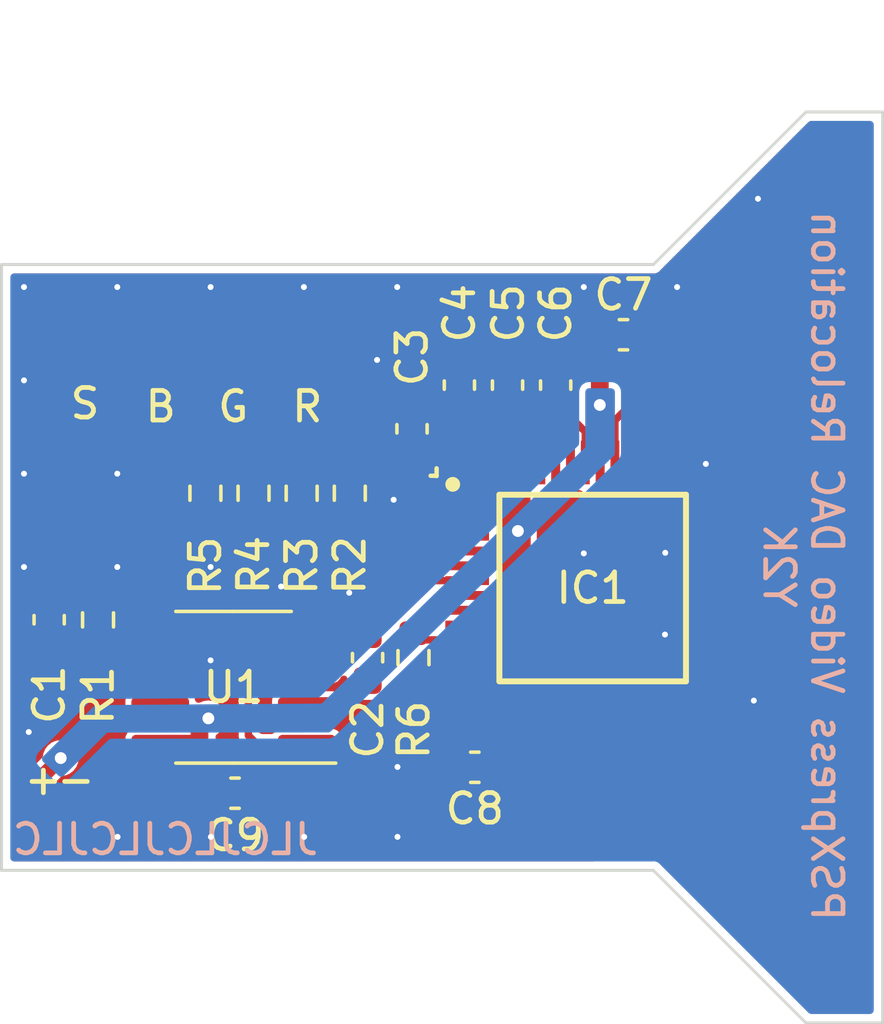
<source format=kicad_pcb>
(kicad_pcb (version 20221018) (generator pcbnew)
  (layers (0 "F.Cu" signal) (31 "B.Cu" signal) (34 "B.Paste" user) (35 "F.Paste" user) (36 "B.SilkS" user "B.Silkscreen") (37 "F.SilkS" user "F.Silkscreen") (38 "B.Mask" user) (39 "F.Mask" user) (44 "Edge.Cuts" user))
  (net 0 "")
  (net 1 "Net-(U1-INT)")
  (net 2 "GND")
  (net 3 "Net-(U1-VIDEO)")
  (net 4 "YOUT")
  (net 5 "RCLAMP")
  (net 6 "GCLAMP")
  (net 7 "BCLAMP")
  (net 8 "VREFOUT")
  (net 9 "+5V")
  (net 10 "Net-(IC1-ROUT)")
  (net 11 "Net-(IC1-GOUT)")
  (net 12 "Net-(IC1-BOUT)")
  (net 15 "Net-(IC1-YTRAP)")
  (net 18 "SYNCIN")
  (net 19 "SCIN")
  (net 20 "RDATA7")
  (net 21 "RDATA6")
  (net 22 "RDATA5")
  (net 23 "RDATA4")
  (net 24 "RDATA3")
  (net 25 "RDATA2")
  (net 26 "RDATA1")
  (net 27 "RDATA0")
  (net 28 "GDATA7")
  (net 29 "GDATA6")
  (net 30 "GDATA5")
  (net 31 "GDATA4")
  (net 32 "GDATA3")
  (net 33 "GDATA2")
  (net 34 "GDATA1")
  (net 35 "GDATA0")
  (net 36 "BDATA7")
  (net 37 "BDATA6")
  (net 38 "BDATA5")
  (net 39 "BDATA4")
  (net 40 "BDATA3")
  (net 41 "BDATA2")
  (net 42 "BDATA1")
  (net 43 "BDATA0")
  (net 44 "VCLK")
  (net 46 "R")
  (net 47 "G")
  (net 48 "B")
  (net 49 "CS")
  (net 50 "Net-(U1-CSYNC)")
  (footprint "Capacitor_SMD:C_0603_1608Metric" (layer "F.Cu") (at 127.16 65.79 180)
    (fp_text reference "C7" (at 0 1.35 unlocked) (layer "F.SilkS") (effects (font (thickness 0.16))))
    (fp_text value "100nF" hide)
    (fp_line (start -0.14058 -0.51) (end 0.14058 -0.51) (stroke (width 0.12)) (layer "F.SilkS"))
    (fp_line (start -0.14058 0.51) (end 0.14058 0.51) (stroke (width 0.12)) (layer "F.SilkS"))
    (pad "1" smd roundrect (at -0.775 0 180) (size 0.9 0.95) (layers "F.Cu" "F.Paste" "F.Mask") (net 2 "GND"))
    (pad "2" smd roundrect (at 0.775 0 180) (size 0.9 0.95) (layers "F.Cu" "F.Paste" "F.Mask") (net 9 "+5V"))
  )
  (footprint "vdac_reloc_pads:ANALOG_RGB_PADS" (layer "F.Cu") (at 112.34 62.2)
    (fp_text reference "J3" hide)
    (fp_text value "Conn_01x07" hide)
    (fp_text user "G" (at 2.25 6.6 unlocked) (layer "F.SilkS") (effects (font (thickness 0.16)) (justify right bottom)))
    (fp_text user "R" (at 4.75 6.6 unlocked) (layer "F.SilkS") (effects (font (thickness 0.16)) (justify right bottom)))
    (fp_text user "S" (at -2.78 6.5 unlocked) (layer "F.SilkS") (effects (font (thickness 0.16)) (justify right bottom)))
    (fp_text user "B" (at -0.2 6.6 unlocked) (layer "F.SilkS") (effects (font (thickness 0.16)) (justify right bottom)))
    (pad "1" smd roundrect (at 4.2 4.4) (size 0.8 1.2) (layers "F.Cu" "F.Paste" "F.Mask") (net 46 "R"))
    (pad "2" smd roundrect (at 2.95 4.4) (size 0.8 1.2) (layers "F.Cu" "F.Paste" "F.Mask") (net 2 "GND"))
    (pad "3" smd roundrect (at 1.7 4.4) (size 0.8 1.2) (layers "F.Cu" "F.Paste" "F.Mask") (net 47 "G"))
    (pad "4" smd roundrect (at 0.45 4.4) (size 0.8 1.2) (layers "F.Cu" "F.Paste" "F.Mask") (net 2 "GND"))
    (pad "5" smd roundrect (at -0.8 4.4) (size 0.8 1.2) (layers "F.Cu" "F.Paste" "F.Mask") (net 48 "B"))
    (pad "6" smd roundrect (at -2.05 4.4) (size 0.8 1.2) (layers "F.Cu" "F.Paste" "F.Mask") (net 2 "GND"))
    (pad "7" smd roundrect (at -3.3 4.4) (size 0.8 1.2) (layers "F.Cu" "F.Paste" "F.Mask") (net 49 "CS"))
  )
  (footprint "vdac_reloc_pads:POWER_IN" (layer "F.Cu") (at 108.15 77.38)
    (fp_text reference "J1" hide)
    (fp_text value "Conn_01x02" hide)
    (fp_text user "-" (at -0.2 4 unlocked) (layer "F.SilkS") (effects (font (thickness 0.16)) (justify left bottom)))
    (fp_text user "+" (at -1.3 4 unlocked) (layer "F.SilkS") (effects (font (thickness 0.16)) (justify left bottom)))
    (pad "1" smd roundrect (at -0.6 4.8) (size 0.8 1.2) (layers "F.Cu" "F.Paste" "F.Mask") (net 9 "+5V"))
    (pad "2" smd roundrect (at 0.5 4.8) (size 0.8 1.2) (layers "F.Cu" "F.Paste" "F.Mask") (net 2 "GND"))
  )
  (footprint "Resistor_SMD:R_0603_1608Metric" (layer "F.Cu") (at 120.07 76.69 90)
    (fp_text reference "R6" (at -2.44 0.01 90) (layer "F.SilkS") (effects (font (thickness 0.16))))
    (fp_text value "2.7kΩ" hide)
    (fp_line (start -0.237258 -0.5225) (end 0.237258 -0.5225) (stroke (width 0.12)) (layer "F.SilkS"))
    (fp_line (start -0.237258 0.5225) (end 0.237258 0.5225) (stroke (width 0.12)) (layer "F.SilkS"))
    (pad "1" smd roundrect (at -0.825 0 90) (size 0.8 0.95) (layers "F.Cu" "F.Paste" "F.Mask") (net 9 "+5V"))
    (pad "2" smd roundrect (at 0.825 0 90) (size 0.8 0.95) (layers "F.Cu" "F.Paste" "F.Mask") (net 15 "Net-(IC1-YTRAP)"))
  )
  (footprint "Capacitor_SMD:C_0603_1608Metric" (layer "F.Cu") (at 114.045 81.265 180)
    (fp_text reference "C9" (at 0 -1.425 unlocked) (layer "F.SilkS") (effects (font (thickness 0.16))))
    (fp_text value "100nF" hide)
    (fp_line (start -0.14058 -0.51) (end 0.14058 -0.51) (stroke (width 0.12)) (layer "F.SilkS"))
    (fp_line (start -0.14058 0.51) (end 0.14058 0.51) (stroke (width 0.12)) (layer "F.SilkS"))
    (pad "1" smd roundrect (at -0.775 0 180) (size 0.9 0.95) (layers "F.Cu" "F.Paste" "F.Mask") (net 2 "GND"))
    (pad "2" smd roundrect (at 0.775 0 180) (size 0.9 0.95) (layers "F.Cu" "F.Paste" "F.Mask") (net 9 "+5V"))
  )
  (footprint "Capacitor_SMD:C_0603_1608Metric" (layer "F.Cu") (at 123.245 67.49 -90)
    (fp_text reference "C5" (at -2.425 -0.025 90 unlocked) (layer "F.SilkS") (effects (font (thickness 0.16))))
    (fp_text value "100nF" hide)
    (fp_line (start -0.14058 -0.51) (end 0.14058 -0.51) (stroke (width 0.12)) (layer "F.SilkS"))
    (fp_line (start -0.14058 0.51) (end 0.14058 0.51) (stroke (width 0.12)) (layer "F.SilkS"))
    (pad "1" smd roundrect (at -0.775 0 270) (size 0.9 0.95) (layers "F.Cu" "F.Paste" "F.Mask") (net 2 "GND"))
    (pad "2" smd roundrect (at 0.775 0 270) (size 0.9 0.95) (layers "F.Cu" "F.Paste" "F.Mask") (net 5 "RCLAMP"))
  )
  (footprint "Resistor_SMD:R_0603_1608Metric" (layer "F.Cu") (at 117.92 71.14 -90)
    (fp_text reference "R2" (at 2.433333 0 90 unlocked) (layer "F.SilkS") (effects (font (thickness 0.16))))
    (fp_text value "75Ω" hide)
    (fp_line (start -0.237258 -0.5225) (end 0.237258 -0.5225) (stroke (width 0.12)) (layer "F.SilkS"))
    (fp_line (start -0.237258 0.5225) (end 0.237258 0.5225) (stroke (width 0.12)) (layer "F.SilkS"))
    (pad "1" smd roundrect (at -0.825 0 270) (size 0.8 0.95) (layers "F.Cu" "F.Paste" "F.Mask") (net 46 "R"))
    (pad "2" smd roundrect (at 0.825 0 270) (size 0.8 0.95) (layers "F.Cu" "F.Paste" "F.Mask") (net 10 "Net-(IC1-ROUT)"))
  )
  (footprint "vdac_reloc_pads:DIGITAL_RGB_PADS" (layer "F.Cu") (at 134.99 54.74)
    (fp_text reference "J2" hide)
    (fp_text value "Conn_01x27" hide)
    (pad "1" smd roundrect (at 0 4.6) (size 1.2 0.8) (layers "F.Cu" "F.Paste" "F.Mask") (net 44 "VCLK"))
    (pad "2" smd roundrect (at 0 5.7) (size 1.2 0.8) (layers "F.Cu" "F.Paste" "F.Mask") (net 43 "BDATA0"))
    (pad "3" smd roundrect (at 0 6.8) (size 1.2 0.8) (layers "F.Cu" "F.Paste" "F.Mask") (net 42 "BDATA1"))
    (pad "4" smd roundrect (at 0 7.9) (size 1.2 0.8) (layers "F.Cu" "F.Paste" "F.Mask") (net 41 "BDATA2"))
    (pad "5" smd roundrect (at 0 9) (size 1.2 0.8) (layers "F.Cu" "F.Paste" "F.Mask") (net 40 "BDATA3"))
    (pad "6" smd roundrect (at 0 10.1) (size 1.2 0.8) (layers "F.Cu" "F.Paste" "F.Mask") (net 39 "BDATA4"))
    (pad "7" smd roundrect (at 0 11.2) (size 1.2 0.8) (layers "F.Cu" "F.Paste" "F.Mask") (net 38 "BDATA5"))
    (pad "8" smd roundrect (at 0 12.3) (size 1.2 0.8) (layers "F.Cu" "F.Paste" "F.Mask") (net 37 "BDATA6"))
    (pad "9" smd roundrect (at 0 13.4) (size 1.2 0.8) (layers "F.Cu" "F.Paste" "F.Mask") (net 36 "BDATA7"))
    (pad "10" smd roundrect (at 0 14.5) (size 1.2 0.8) (layers "F.Cu" "F.Paste" "F.Mask") (net 35 "GDATA0"))
    (pad "11" smd roundrect (at 0 15.6) (size 1.2 0.8) (layers "F.Cu" "F.Paste" "F.Mask") (net 34 "GDATA1"))
    (pad "12" smd roundrect (at 0 16.7) (size 1.2 0.8) (layers "F.Cu" "F.Paste" "F.Mask") (net 33 "GDATA2"))
    (pad "13" smd roundrect (at 0 17.8) (size 1.2 0.8) (layers "F.Cu" "F.Paste" "F.Mask") (net 32 "GDATA3"))
    (pad "14" smd roundrect (at 0 18.9) (size 1.2 0.8) (layers "F.Cu" "F.Paste" "F.Mask") (net 31 "GDATA4"))
    (pad "15" smd roundrect (at 0 20) (size 1.2 0.8) (layers "F.Cu" "F.Paste" "F.Mask") (net 30 "GDATA5"))
    (pad "16" smd roundrect (at 0 21.1) (size 1.2 0.8) (layers "F.Cu" "F.Paste" "F.Mask") (net 29 "GDATA6"))
    (pad "17" smd roundrect (at 0 22.2) (size 1.2 0.8) (layers "F.Cu" "F.Paste" "F.Mask") (net 28 "GDATA7"))
    (pad "18" smd roundrect (at 0 23.3) (size 1.2 0.8) (layers "F.Cu" "F.Paste" "F.Mask") (net 27 "RDATA0"))
    (pad "19" smd roundrect (at 0 24.4) (size 1.2 0.8) (layers "F.Cu" "F.Paste" "F.Mask") (net 26 "RDATA1"))
    (pad "20" smd roundrect (at 0 25.5) (size 1.2 0.8) (layers "F.Cu" "F.Paste" "F.Mask") (net 25 "RDATA2"))
    (pad "21" smd roundrect (at 0 26.6) (size 1.2 0.8) (layers "F.Cu" "F.Paste" "F.Mask") (net 24 "RDATA3"))
    (pad "22" smd roundrect (at 0 27.7) (size 1.2 0.8) (layers "F.Cu" "F.Paste" "F.Mask") (net 23 "RDATA4"))
    (pad "23" smd roundrect (at 0 28.8) (size 1.2 0.8) (layers "F.Cu" "F.Paste" "F.Mask") (net 22 "RDATA5"))
    (pad "24" smd roundrect (at 0 29.9) (size 1.2 0.8) (layers "F.Cu" "F.Paste" "F.Mask") (net 21 "RDATA6"))
    (pad "25" smd roundrect (at 0 31) (size 1.2 0.8) (layers "F.Cu" "F.Paste" "F.Mask") (net 20 "RDATA7"))
    (pad "26" smd roundrect (at 0 32.1) (size 1.2 0.8) (layers "F.Cu" "F.Paste" "F.Mask") (net 19 "SCIN"))
    (pad "27" smd roundrect (at 0 33.2) (size 1.2 0.8) (layers "F.Cu" "F.Paste" "F.Mask") (net 18 "SYNCIN"))
  )
  (footprint "QFP50P900X900X160-48N:QFP50P900X900X160-48N" (layer "F.Cu") (at 126.12 74.34)
    (fp_text reference "IC1" (at 0 0 unlocked) (layer "F.SilkS") (effects (font (thickness 0.16))))
    (fp_text value "BH7240AKV-E2" hide)
    (fp_line (start -3.15 -3.15) (end 3.15 -3.15) (stroke (width 0.2)) (layer "F.SilkS"))
    (fp_line (start -3.15 3.15) (end -3.15 -3.15) (stroke (width 0.2)) (layer "F.SilkS"))
    (fp_line (start 3.15 -3.15) (end 3.15 3.15) (stroke (width 0.2)) (layer "F.SilkS"))
    (fp_line (start 3.15 3.15) (end -3.15 3.15) (stroke (width 0.2)) (layer "F.SilkS"))
    (fp_circle (center -4.725 -3.5) (end -4.725 -3.375) (stroke (width 0.25)) (fill none) (layer "F.SilkS"))
    (pad "1" smd rect (at -4.238 -2.75 90) (size 0.3 1.475) (layers "F.Cu" "F.Paste" "F.Mask") (net 7 "BCLAMP"))
    (pad "2" smd rect (at -4.238 -2.25 90) (size 0.3 1.475) (layers "F.Cu" "F.Paste" "F.Mask") (net 2 "GND"))
    (pad "3" smd rect (at -4.238 -1.75 90) (size 0.3 1.475) (layers "F.Cu" "F.Paste" "F.Mask") (net 10 "Net-(IC1-ROUT)"))
    (pad "4" smd rect (at -4.238 -1.25 90) (size 0.3 1.475) (layers "F.Cu" "F.Paste" "F.Mask") (net 11 "Net-(IC1-GOUT)"))
    (pad "5" smd rect (at -4.238 -0.75 90) (size 0.3 1.475) (layers "F.Cu" "F.Paste" "F.Mask") (net 12 "Net-(IC1-BOUT)"))
    (pad "6" smd rect (at -4.238 -0.25 90) (size 0.3 1.475) (layers "F.Cu" "F.Paste" "F.Mask") (net 4 "YOUT"))
    (pad "7" smd rect (at -4.238 0.25 90) (size 0.3 1.475) (layers "F.Cu" "F.Paste" "F.Mask"))
    (pad "8" smd rect (at -4.238 0.75 90) (size 0.3 1.475) (layers "F.Cu" "F.Paste" "F.Mask"))
    (pad "9" smd rect (at -4.238 1.25 90) (size 0.3 1.475) (layers "F.Cu" "F.Paste" "F.Mask") (net 9 "+5V"))
    (pad "10" smd rect (at -4.238 1.75 90) (size 0.3 1.475) (layers "F.Cu" "F.Paste" "F.Mask") (net 15 "Net-(IC1-YTRAP)"))
    (pad "11" smd rect (at -4.238 2.25 90) (size 0.3 1.475) (layers "F.Cu" "F.Paste" "F.Mask"))
    (pad "12" smd rect (at -4.238 2.75 90) (size 0.3 1.475) (layers "F.Cu" "F.Paste" "F.Mask"))
    (pad "13" smd rect (at -2.75 4.238) (size 0.3 1.475) (layers "F.Cu" "F.Paste" "F.Mask") (net 9 "+5V"))
    (pad "14" smd rect (at -2.25 4.238) (size 0.3 1.475) (layers "F.Cu" "F.Paste" "F.Mask") (net 18 "SYNCIN"))
    (pad "15" smd rect (at -1.75 4.238) (size 0.3 1.475) (layers "F.Cu" "F.Paste" "F.Mask") (net 19 "SCIN"))
    (pad "16" smd rect (at -1.25 4.238) (size 0.3 1.475) (layers "F.Cu" "F.Paste" "F.Mask") (net 20 "RDATA7"))
    (pad "17" smd rect (at -0.75 4.238) (size 0.3 1.475) (layers "F.Cu" "F.Paste" "F.Mask") (net 21 "RDATA6"))
    (pad "18" smd rect (at -0.25 4.238) (size 0.3 1.475) (layers "F.Cu" "F.Paste" "F.Mask") (net 22 "RDATA5"))
    (pad "19" smd rect (at 0.25 4.238) (size 0.3 1.475) (layers "F.Cu" "F.Paste" "F.Mask") (net 23 "RDATA4"))
    (pad "20" smd rect (at 0.75 4.238) (size 0.3 1.475) (layers "F.Cu" "F.Paste" "F.Mask") (net 9 "+5V"))
    (pad "21" smd rect (at 1.25 4.238) (size 0.3 1.475) (layers "F.Cu" "F.Paste" "F.Mask") (net 24 "RDATA3"))
    (pad "22" smd rect (at 1.75 4.238) (size 0.3 1.475) (layers "F.Cu" "F.Paste" "F.Mask") (net 25 "RDATA2"))
    (pad "23" smd rect (at 2.25 4.238) (size 0.3 1.475) (layers "F.Cu" "F.Paste" "F.Mask") (net 26 "RDATA1"))
    (pad "24" smd rect (at 2.75 4.238) (size 0.3 1.475) (layers "F.Cu" "F.Paste" "F.Mask") (net 27 "RDATA0"))
    (pad "25" smd rect (at 4.238 2.75 90) (size 0.3 1.475) (layers "F.Cu" "F.Paste" "F.Mask") (net 28 "GDATA7"))
    (pad "26" smd rect (at 4.238 2.25 90) (size 0.3 1.475) (layers "F.Cu" "F.Paste" "F.Mask") (net 29 "GDATA6"))
    (pad "27" smd rect (at 4.238 1.75 90) (size 0.3 1.475) (layers "F.Cu" "F.Paste" "F.Mask") (net 30 "GDATA5"))
    (pad "28" smd rect (at 4.238 1.25 90) (size 0.3 1.475) (layers "F.Cu" "F.Paste" "F.Mask") (net 31 "GDATA4"))
    (pad "29" smd rect (at 4.238 0.75 90) (size 0.3 1.475) (layers "F.Cu" "F.Paste" "F.Mask") (net 32 "GDATA3"))
    (pad "30" smd rect (at 4.238 0.25 90) (size 0.3 1.475) (layers "F.Cu" "F.Paste" "F.Mask") (net 33 "GDATA2"))
    (pad "31" smd rect (at 4.238 -0.25 90) (size 0.3 1.475) (layers "F.Cu" "F.Paste" "F.Mask") (net 34 "GDATA1"))
    (pad "32" smd rect (at 4.238 -0.75 90) (size 0.3 1.475) (layers "F.Cu" "F.Paste" "F.Mask") (net 35 "GDATA0"))
    (pad "33" smd rect (at 4.238 -1.25 90) (size 0.3 1.475) (layers "F.Cu" "F.Paste" "F.Mask") (net 36 "BDATA7"))
    (pad "34" smd rect (at 4.238 -1.75 90) (size 0.3 1.475) (layers "F.Cu" "F.Paste" "F.Mask") (net 37 "BDATA6"))
    (pad "35" smd rect (at 4.238 -2.25 90) (size 0.3 1.475) (layers "F.Cu" "F.Paste" "F.Mask") (net 38 "BDATA5"))
    (pad "36" smd rect (at 4.238 -2.75 90) (size 0.3 1.475) (layers "F.Cu" "F.Paste" "F.Mask") (net 39 "BDATA4"))
    (pad "37" smd rect (at 2.75 -4.238) (size 0.3 1.475) (layers "F.Cu" "F.Paste" "F.Mask") (net 40 "BDATA3"))
    (pad "38" smd rect (at 2.25 -4.238) (size 0.3 1.475) (layers "F.Cu" "F.Paste" "F.Mask") (net 41 "BDATA2"))
    (pad "39" smd rect (at 1.75 -4.238) (size 0.3 1.475) (layers "F.Cu" "F.Paste" "F.Mask") (net 42 "BDATA1"))
    (pad "40" smd rect (at 1.25 -4.238) (size 0.3 1.475) (layers "F.Cu" "F.Paste" "F.Mask") (net 43 "BDATA0"))
    (pad "41" smd rect (at 0.75 -4.238) (size 0.3 1.475) (layers "F.Cu" "F.Paste" "F.Mask") (net 44 "VCLK"))
    (pad "42" smd rect (at 0.25 -4.238) (size 0.3 1.475) (layers "F.Cu" "F.Paste" "F.Mask") (net 2 "GND"))
    (pad "43" smd rect (at -0.25 -4.238) (size 0.3 1.475) (layers "F.Cu" "F.Paste" "F.Mask") (net 8 "VREFOUT"))
    (pad "44" smd rect (at -0.75 -4.238) (size 0.3 1.475) (layers "F.Cu" "F.Paste" "F.Mask"))
    (pad "45" smd rect (at -1.25 -4.238) (size 0.3 1.475) (layers "F.Cu" "F.Paste" "F.Mask") (net 2 "GND"))
    (pad "46" smd rect (at -1.75 -4.238) (size 0.3 1.475) (layers "F.Cu" "F.Paste" "F.Mask") (net 5 "RCLAMP"))
    (pad "47" smd rect (at -2.25 -4.238) (size 0.3 1.475) (layers "F.Cu" "F.Paste" "F.Mask") (net 9 "+5V"))
    (pad "48" smd rect (at -2.75 -4.238) (size 0.3 1.475) (layers "F.Cu" "F.Paste" "F.Mask") (net 6 "GCLAMP"))
  )
  (footprint "Resistor_SMD:R_0603_1608Metric" (layer "F.Cu") (at 114.67 71.14 -90)
    (fp_text reference "R4" (at 2.425 0 90 unlocked) (layer "F.SilkS") (effects (font (thickness 0.16))))
    (fp_text value "75Ω" hide)
    (fp_line (start -0.237258 -0.5225) (end 0.237258 -0.5225) (stroke (width 0.12)) (layer "F.SilkS"))
    (fp_line (start -0.237258 0.5225) (end 0.237258 0.5225) (stroke (width 0.12)) (layer "F.SilkS"))
    (pad "1" smd roundrect (at -0.825 0 270) (size 0.8 0.95) (layers "F.Cu" "F.Paste" "F.Mask") (net 48 "B"))
    (pad "2" smd roundrect (at 0.825 0 270) (size 0.8 0.95) (layers "F.Cu" "F.Paste" "F.Mask") (net 12 "Net-(IC1-BOUT)"))
  )
  (footprint "Capacitor_SMD:C_0603_1608Metric" (layer "F.Cu") (at 118.52 76.69 90)
    (fp_text reference "C2" (at -2.425 0 90 unlocked) (layer "F.SilkS") (effects (font (thickness 0.16))))
    (fp_text value "220uF" hide)
    (fp_line (start -0.14058 -0.51) (end 0.14058 -0.51) (stroke (width 0.12)) (layer "F.SilkS"))
    (fp_line (start -0.14058 0.51) (end 0.14058 0.51) (stroke (width 0.12)) (layer "F.SilkS"))
    (pad "1" smd roundrect (at -0.775 0 90) (size 0.9 0.95) (layers "F.Cu" "F.Paste" "F.Mask") (net 3 "Net-(U1-VIDEO)"))
    (pad "2" smd roundrect (at 0.775 0 90) (size 0.9 0.95) (layers "F.Cu" "F.Paste" "F.Mask") (net 4 "YOUT"))
  )
  (footprint "Capacitor_SMD:C_0603_1608Metric" (layer "F.Cu") (at 107.77 75.41 90)
    (fp_text reference "C1" (at -2.53 0 90 unlocked) (layer "F.SilkS") (effects (font (thickness 0.16))))
    (fp_text value "100nF" hide)
    (fp_line (start -0.14058 -0.51) (end 0.14058 -0.51) (stroke (width 0.12)) (layer "F.SilkS"))
    (fp_line (start -0.14058 0.51) (end 0.14058 0.51) (stroke (width 0.12)) (layer "F.SilkS"))
    (pad "1" smd roundrect (at -0.775 0 90) (size 0.9 0.95) (layers "F.Cu" "F.Paste" "F.Mask") (net 1 "Net-(U1-INT)"))
    (pad "2" smd roundrect (at 0.775 0 90) (size 0.9 0.95) (layers "F.Cu" "F.Paste" "F.Mask") (net 2 "GND"))
  )
  (footprint "Package_SO:SOIC-8_3.9x4.9mm_P1.27mm" (layer "F.Cu") (at 113.995 77.69 180)
    (fp_text reference "U1" (at 0 0 unlocked) (layer "F.SilkS") (effects (font (thickness 0.16))))
    (fp_text value "LM1881" hide)
    (fp_line (start 0 -2.56) (end -3.45 -2.56) (stroke (width 0.12)) (layer "F.SilkS"))
    (fp_line (start 0 -2.56) (end 1.95 -2.56) (stroke (width 0.12)) (layer "F.SilkS"))
    (fp_line (start 0 2.56) (end -1.95 2.56) (stroke (width 0.12)) (layer "F.SilkS"))
    (fp_line (start 0 2.56) (end 1.95 2.56) (stroke (width 0.12)) (layer "F.SilkS"))
    (pad "1" smd roundrect (at -2.475 -1.905 180) (size 1.95 0.6) (layers "F.Cu" "F.Paste" "F.Mask") (net 50 "Net-(U1-CSYNC)"))
    (pad "2" smd roundrect (at -2.475 -0.635 180) (size 1.95 0.6) (layers "F.Cu" "F.Paste" "F.Mask") (net 3 "Net-(U1-VIDEO)"))
    (pad "3" smd roundrect (at -2.475 0.635 180) (size 1.95 0.6) (layers "F.Cu" "F.Paste" "F.Mask"))
    (pad "4" smd roundrect (at -2.475 1.905 180) (size 1.95 0.6) (layers "F.Cu" "F.Paste" "F.Mask") (net 2 "GND"))
    (pad "5" smd roundrect (at 2.475 1.905 180) (size 1.95 0.6) (layers "F.Cu" "F.Paste" "F.Mask"))
    (pad "6" smd roundrect (at 2.475 0.635 180) (size 1.95 0.6) (layers "F.Cu" "F.Paste" "F.Mask") (net 1 "Net-(U1-INT)"))
    (pad "7" smd roundrect (at 2.475 -0.635 180) (size 1.95 0.6) (layers "F.Cu" "F.Paste" "F.Mask"))
    (pad "8" smd roundrect (at 2.475 -1.905 180) (size 1.95 0.6) (layers "F.Cu" "F.Paste" "F.Mask") (net 9 "+5V"))
  )
  (footprint "Resistor_SMD:R_0603_1608Metric" (layer "F.Cu") (at 116.295 71.14 -90)
    (fp_text reference "R3" (at 2.441666 0 90 unlocked) (layer "F.SilkS") (effects (font (thickness 0.16))))
    (fp_text value "75Ω" hide)
    (fp_line (start -0.237258 -0.5225) (end 0.237258 -0.5225) (stroke (width 0.12)) (layer "F.SilkS"))
    (fp_line (start -0.237258 0.5225) (end 0.237258 0.5225) (stroke (width 0.12)) (layer "F.SilkS"))
    (pad "1" smd roundrect (at -0.825 0 270) (size 0.8 0.95) (layers "F.Cu" "F.Paste" "F.Mask") (net 47 "G"))
    (pad "2" smd roundrect (at 0.825 0 270) (size 0.8 0.95) (layers "F.Cu" "F.Paste" "F.Mask") (net 11 "Net-(IC1-GOUT)"))
  )
  (footprint "Capacitor_SMD:C_0603_1608Metric" (layer "F.Cu") (at 121.62 67.49 -90)
    (fp_text reference "C4" (at -2.425 0 90 unlocked) (layer "F.SilkS") (effects (font (thickness 0.16))))
    (fp_text value "100nF" hide)
    (fp_line (start -0.14058 -0.51) (end 0.14058 -0.51) (stroke (width 0.12)) (layer "F.SilkS"))
    (fp_line (start -0.14058 0.51) (end 0.14058 0.51) (stroke (width 0.12)) (layer "F.SilkS"))
    (pad "1" smd roundrect (at -0.775 0 270) (size 0.9 0.95) (layers "F.Cu" "F.Paste" "F.Mask") (net 2 "GND"))
    (pad "2" smd roundrect (at 0.775 0 270) (size 0.9 0.95) (layers "F.Cu" "F.Paste" "F.Mask") (net 6 "GCLAMP"))
  )
  (footprint "Capacitor_SMD:C_0603_1608Metric" (layer "F.Cu") (at 122.14 80.39)
    (fp_text reference "C8" (at 0 1.4 unlocked) (layer "F.SilkS") (effects (font (thickness 0.16))))
    (fp_text value "100nF" hide)
    (fp_line (start -0.14058 -0.51) (end 0.14058 -0.51) (stroke (width 0.12)) (layer "F.SilkS"))
    (fp_line (start -0.14058 0.51) (end 0.14058 0.51) (stroke (width 0.12)) (layer "F.SilkS"))
    (pad "1" smd roundrect (at -0.775 0) (size 0.9 0.95) (layers "F.Cu" "F.Paste" "F.Mask") (net 2 "GND"))
    (pad "2" smd roundrect (at 0.775 0) (size 0.9 0.95) (layers "F.Cu" "F.Paste" "F.Mask") (net 9 "+5V"))
  )
  (footprint "Resistor_SMD:R_0603_1608Metric" (layer "F.Cu") (at 113.045 71.14 -90)
    (fp_text reference "R5" (at 2.449999 0 90 unlocked) (layer "F.SilkS") (effects (font (thickness 0.16))))
    (fp_text value "470Ω" hide)
    (fp_line (start -0.237258 -0.5225) (end 0.237258 -0.5225) (stroke (width 0.12)) (layer "F.SilkS"))
    (fp_line (start -0.237258 0.5225) (end 0.237258 0.5225) (stroke (width 0.12)) (layer "F.SilkS"))
    (pad "1" smd roundrect (at -0.825 0 270) (size 0.8 0.95) (layers "F.Cu" "F.Paste" "F.Mask") (net 49 "CS"))
    (pad "2" smd roundrect (at 0.825 0 270) (size 0.8 0.95) (layers "F.Cu" "F.Paste" "F.Mask") (net 50 "Net-(U1-CSYNC)"))
  )
  (footprint "Resistor_SMD:R_0603_1608Metric" (layer "F.Cu") (at 109.42 75.415 90)
    (fp_text reference "R1" (at -2.55 0 90 unlocked) (layer "F.SilkS") (effects (font (thickness 0.16))))
    (fp_text value "680kΩ" hide)
    (fp_line (start -0.237258 -0.5225) (end 0.237258 -0.5225) (stroke (width 0.12)) (layer "F.SilkS"))
    (fp_line (start -0.237258 0.5225) (end 0.237258 0.5225) (stroke (width 0.12)) (layer "F.SilkS"))
    (pad "1" smd roundrect (at -0.825 0 90) (size 0.8 0.95) (layers "F.Cu" "F.Paste" "F.Mask") (net 1 "Net-(U1-INT)"))
    (pad "2" smd roundrect (at 0.825 0 90) (size 0.8 0.95) (layers "F.Cu" "F.Paste" "F.Mask") (net 2 "GND"))
  )
  (footprint "Capacitor_SMD:C_0603_1608Metric" (layer "F.Cu") (at 120.02 68.965 -90)
    (fp_text reference "C3" (at -2.425 0 90 unlocked) (layer "F.SilkS") (effects (font (thickness 0.16))))
    (fp_text value "100nF" hide)
    (fp_line (start -0.14058 -0.51) (end 0.14058 -0.51) (stroke (width 0.12)) (layer "F.SilkS"))
    (fp_line (start -0.14058 0.51) (end 0.14058 0.51) (stroke (width 0.12)) (layer "F.SilkS"))
    (pad "1" smd roundrect (at -0.775 0 270) (size 0.9 0.95) (layers "F.Cu" "F.Paste" "F.Mask") (net 2 "GND"))
    (pad "2" smd roundrect (at 0.775 0 270) (size 0.9 0.95) (layers "F.Cu" "F.Paste" "F.Mask") (net 7 "BCLAMP"))
  )
  (footprint "Capacitor_SMD:C_0603_1608Metric" (layer "F.Cu") (at 124.87 67.49 -90)
    (fp_text reference "C6" (at -2.425 0 90 unlocked) (layer "F.SilkS") (effects (font (thickness 0.16))))
    (fp_text value "100nF" hide)
    (fp_line (start -0.14058 -0.51) (end 0.14058 -0.51) (stroke (width 0.12)) (layer "F.SilkS"))
    (fp_line (start -0.14058 0.51) (end 0.14058 0.51) (stroke (width 0.12)) (layer "F.SilkS"))
    (pad "1" smd roundrect (at -0.775 0 270) (size 0.9 0.95) (layers "F.Cu" "F.Paste" "F.Mask") (net 2 "GND"))
    (pad "2" smd roundrect (at 0.775 0 270) (size 0.9 0.95) (layers "F.Cu" "F.Paste" "F.Mask") (net 8 "VREFOUT"))
  )
  (gr_line (start 120.85 70.3) (end 120.85 70.56) (stroke (width 0.15)) (layer "F.SilkS"))
  (gr_line (start 120.65 70.55) (end 120.85 70.55) (stroke (width 0.15)) (layer "F.SilkS"))
  (gr_line (start 135.91 89.02) (end 133.32 89.02) (stroke (width 0.1)) (layer "Edge.Cuts"))
  (gr_line (start 135.91 58.27) (end 135.91 89.02) (stroke (width 0.1)) (layer "Edge.Cuts"))
  (gr_line (start 135.91 58.27) (end 133.32 58.27) (stroke (width 0.1)) (layer "Edge.Cuts"))
  (gr_line (start 128.17 63.42) (end 133.32 58.27) (stroke (width 0.1)) (layer "Edge.Cuts"))
  (gr_line (start 128.17 63.42) (end 106.16 63.42) (stroke (width 0.1)) (layer "Edge.Cuts"))
  (gr_line (start 106.16 63.42) (end 106.16 83.87) (stroke (width 0.1)) (layer "Edge.Cuts"))
  (gr_line (start 128.17 83.87) (end 133.32 89.02) (stroke (width 0.1)) (layer "Edge.Cuts"))
  (gr_line (start 128.17 83.87) (end 106.16 83.87) (stroke (width 0.1)) (layer "Edge.Cuts"))
  (gr_text "JLCJLCJLCJLC" (at 116.94 83.41) (layer "B.SilkS") (effects (font (size 1 1) (thickness 0.16)) (justify left bottom mirror)))
  (gr_text "PSXpress Video DAC Relocation\nY2K" (at 131.83 73.59 270) (layer "B.SilkS") (effects (font (size 1 1) (thickness 0.16)) (justify bottom mirror)))
  (segment (start 109.42 76.24) (end 107.825 76.24) (width 0.25) (layer "F.Cu") (net 1))
  (segment (start 110.435 77.055) (end 109.62 76.24) (width 0.25) (layer "F.Cu") (net 1))
  (segment (start 111.52 77.055) (end 110.435 77.055) (width 0.25) (layer "F.Cu") (net 1))
  (segment (start 107.825 76.24) (end 107.77 76.185) (width 0.25) (layer "F.Cu") (net 1))
  (segment (start 109.62 76.24) (end 109.42 76.24) (width 0.25) (layer "F.Cu") (net 1))
  (segment (start 109.42 74.59) (end 107.815 74.59) (width 0.45) (layer "F.Cu") (net 2))
  (via (at 119.53 82.74) (size 0.5) (drill 0.2) (layers "F.Cu" "B.Cu") (net 2))
  (via (at 129.94 70.15) (size 0.5) (drill 0.2) (layers "F.Cu" "B.Cu") (net 2))
  (via (at 118.84 66.64) (size 0.5) (drill 0.2) (layers "F.Cu" "B.Cu") (net 2))
  (via (at 131.7 61.2) (size 0.5) (drill 0.2) (layers "F.Cu" "B.Cu") (net 2))
  (via (at 119.53 80.38) (size 0.5) (drill 0.2) (layers "F.Cu" "B.Cu") (net 2))
  (via (at 128.56 75.91) (size 0.5) (drill 0.2) (layers "F.Cu" "B.Cu") (net 2))
  (via (at 106.92 67.33) (size 0.5) (drill 0.2) (layers "F.Cu" "B.Cu") (net 2))
  (via (at 119.4 71.36) (size 0.5) (drill 0.2) (layers "F.Cu" "B.Cu") (net 2))
  (via (at 106.92 64.18) (size 0.5) (drill 0.2) (layers "F.Cu" "B.Cu") (net 2))
  (via (at 113.22 73.63) (size 0.5) (drill 0.2) (layers "F.Cu" "B.Cu") (net 2))
  (via (at 125.82 73.17) (size 0.5) (drill 0.2) (layers "F.Cu" "B.Cu") (net 2))
  (via (at 119.52 64.18) (size 0.5) (drill 0.2) (layers "F.Cu" "B.Cu") (net 2))
  (via (at 113.22 64.18) (size 0.5) (drill 0.2) (layers "F.Cu" "B.Cu") (net 2))
  (via (at 116.38 82.74) (size 0.5) (drill 0.2) (layers "F.Cu" "B.Cu") (net 2))
  (via (at 115.6 74.29) (size 0.5) (drill 0.2) (layers "F.Cu" "B.Cu") (net 2))
  (via (at 110.07 70.48) (size 0.5) (drill 0.2) (layers "F.Cu" "B.Cu") (net 2))
  (via (at 110.07 73.63) (size 0.5) (drill 0.2) (layers "F.Cu" "B.Cu") (net 2))
  (via (at 110.08 82.74) (size 0.5) (drill 0.2) (layers "F.Cu" "B.Cu") (net 2))
  (via (at 107.08 79.2) (size 0.5) (drill 0.2) (layers "F.Cu" "B.Cu") (net 2))
  (via (at 131.56 78.14) (size 0.5) (drill 0.2) (layers "F.Cu" "B.Cu") (net 2))
  (via (at 128.97 64.18) (size 0.5) (drill 0.2) (layers "F.Cu" "B.Cu") (net 2))
  (via (at 106.92 70.48) (size 0.5) (drill 0.2) (layers "F.Cu" "B.Cu") (net 2))
  (via (at 110.07 64.18) (size 0.5) (drill 0.2) (layers "F.Cu" "B.Cu") (net 2))
  (via (at 113.22 76.78) (size 0.5) (drill 0.2) (layers "F.Cu" "B.Cu") (net 2))
  (via (at 117.9 74.5) (size 0.5) (drill 0.2) (layers "F.Cu" "B.Cu") (net 2))
  (via (at 128.57 73.15) (size 0.5) (drill 0.2) (layers "F.Cu" "B.Cu") (net 2))
  (via (at 116.37 64.18) (size 0.5) (drill 0.2) (layers "F.Cu" "B.Cu") (net 2))
  (via (at 113.23 82.74) (size 0.5) (drill 0.2) (layers "F.Cu" "B.Cu") (net 2))
  (via (at 125.82 64.18) (size 0.5) (drill 0.2) (layers "F.Cu" "B.Cu") (net 2))
  (via (at 106.92 73.63) (size 0.5) (drill 0.2) (layers "F.Cu" "B.Cu") (net 2))
  (segment (start 118.52 77.465) (end 117.67 78.315) (width 0.25) (layer "F.Cu") (net 3))
  (segment (start 116.48 78.315) (end 116.47 78.325) (width 0.25) (layer "F.Cu") (net 3))
  (segment (start 117.67 78.315) (end 116.48 78.315) (width 0.25) (layer "F.Cu") (net 3))
  (segment (start 118.52 75.18) (end 119.61 74.09) (width 0.25) (layer "F.Cu") (net 4))
  (segment (start 119.61 74.09) (end 121.882 74.09) (width 0.25) (layer "F.Cu") (net 4))
  (segment (start 118.52 75.915) (end 118.52 75.18) (width 0.25) (layer "F.Cu") (net 4))
  (segment (start 124.37 69.0645) (end 123.5705 68.265) (width 0.25) (layer "F.Cu") (net 5))
  (segment (start 123.5705 68.265) (end 123.245 68.265) (width 0.25) (layer "F.Cu") (net 5))
  (segment (start 124.37 70.102) (end 124.37 69.0645) (width 0.25) (layer "F.Cu") (net 5))
  (segment (start 123.37 70.102) (end 122.657 70.102) (width 0.25) (layer "F.Cu") (net 6))
  (segment (start 122.657 70.102) (end 121.62 69.065) (width 0.25) (layer "F.Cu") (net 6))
  (segment (start 121.62 69.065) (end 121.62 68.265) (width 0.25) (layer "F.Cu") (net 6))
  (segment (start 120.02 70.565) (end 120.02 69.74) (width 0.25) (layer "F.Cu") (net 7))
  (segment (start 121.045 71.59) (end 120.02 70.565) (width 0.25) (layer "F.Cu") (net 7))
  (segment (start 121.882 71.59) (end 121.045 71.59) (width 0.25) (layer "F.Cu") (net 7))
  (segment (start 125.87 69.0645) (end 125.0705 68.265) (width 0.25) (layer "F.Cu") (net 8))
  (segment (start 125.87 70.102) (end 125.87 69.0645) (width 0.25) (layer "F.Cu") (net 8))
  (segment (start 125.0705 68.265) (end 124.87 68.265) (width 0.25) (layer "F.Cu") (net 8))
  (segment (start 126.36 65.815) (end 126.385 65.79) (width 0.6) (layer "F.Cu") (net 9))
  (segment (start 126.36 68.16) (end 126.36 65.815) (width 0.6) (layer "F.Cu") (net 9))
  (segment (start 113.145 78.74) (end 112.845 79.04) (width 0.6) (layer "F.Cu") (net 9))
  (segment (start 120.07 77.515) (end 120.825 77.515) (width 0.3) (layer "F.Cu") (net 9))
  (segment (start 122.915 79.605) (end 122.915 80.39) (width 0.3) (layer "F.Cu") (net 9))
  (segment (start 113.27 80.02) (end 113.27 81.265) (width 0.6) (layer "F.Cu") (net 9))
  (segment (start 111.52 79.595) (end 112.845 79.595) (width 0.6) (layer "F.Cu") (net 9))
  (segment (start 107.55 82.18) (end 107.55 80.69) (width 0.5) (layer "F.Cu") (net 9))
  (segment (start 112.845 79.04) (end 112.845 79.595) (width 0.6) (layer "F.Cu") (net 9))
  (segment (start 107.55 80.69) (end 108.16 80.08) (width 0.5) (layer "F.Cu") (net 9))
  (segment (start 112.845 79.595) (end 113.27 80.02) (width 0.6) (layer "F.Cu") (net 9))
  (segment (start 123.37 79.935) (end 122.915 80.39) (width 0.3) (layer "F.Cu") (net 9))
  (segment (start 123.37 78.578) (end 123.37 79.935) (width 0.3) (layer "F.Cu") (net 9))
  (segment (start 120.825 77.515) (end 122.915 79.605) (width 0.3) (layer "F.Cu") (net 9))
  (via (at 113.145 78.74) (size 0.8) (drill 0.4) (layers "F.Cu" "B.Cu") (net 9))
  (via (at 108.16 80.08) (size 0.8) (drill 0.4) (layers "F.Cu" "B.Cu") (net 9))
  (via (at 126.36 68.16) (size 0.8) (drill 0.4) (layers "F.Cu" "B.Cu") (net 9))
  (via (at 123.595 72.415) (size 0.8) (drill 0.4) (layers "F.Cu" "B.Cu") (net 9))
  (segment (start 121.882 72.59) (end 118.545 72.59) (width 0.25) (layer "F.Cu") (net 10))
  (segment (start 118.545 72.59) (end 117.92 71.965) (width 0.25) (layer "F.Cu") (net 10))
  (segment (start 117.42 73.09) (end 116.295 71.965) (width 0.25) (layer "F.Cu") (net 11))
  (segment (start 121.882 73.09) (end 117.42 73.09) (width 0.25) (layer "F.Cu") (net 11))
  (segment (start 121.882 73.59) (end 116.295 73.59) (width 0.25) (layer "F.Cu") (net 12))
  (segment (start 116.295 73.59) (end 114.67 71.965) (width 0.25) (layer "F.Cu") (net 12))
  (segment (start 121.882 76.09) (end 120.295 76.09) (width 0.25) (layer "F.Cu") (net 15))
  (segment (start 120.295 76.09) (end 120.07 75.865) (width 0.25) (layer "F.Cu") (net 15))
  (segment (start 134.74 87.94) (end 134.99 87.94) (width 0.25) (layer "F.Cu") (net 18))
  (segment (start 126.59 83.25) (end 130.05 83.25) (width 0.25) (layer "F.Cu") (net 18))
  (segment (start 123.87 78.578) (end 123.87 80.53) (width 0.25) (layer "F.Cu") (net 18))
  (segment (start 130.05 83.25) (end 134.74 87.94) (width 0.25) (layer "F.Cu") (net 18))
  (segment (start 123.87 80.53) (end 126.59 83.25) (width 0.25) (layer "F.Cu") (net 18))
  (segment (start 134.69 86.84) (end 134.99 86.84) (width 0.25) (layer "F.Cu") (net 19))
  (segment (start 124.37 78.578) (end 124.37 80.393604) (width 0.25) (layer "F.Cu") (net 19))
  (segment (start 126.776396 82.8) (end 130.65 82.8) (width 0.25) (layer "F.Cu") (net 19))
  (segment (start 124.37 80.393604) (end 126.776396 82.8) (width 0.25) (layer "F.Cu") (net 19))
  (segment (start 130.65 82.8) (end 134.69 86.84) (width 0.25) (layer "F.Cu") (net 19))
  (segment (start 134.47 85.74) (end 134.99 85.74) (width 0.25) (layer "F.Cu") (net 20))
  (segment (start 124.87 78.578) (end 124.87 79.839188) (width 0.25) (layer "F.Cu") (net 20))
  (segment (start 127.380812 82.35) (end 131.08 82.35) (width 0.25) (layer "F.Cu") (net 20))
  (segment (start 124.87 79.839188) (end 127.380812 82.35) (width 0.25) (layer "F.Cu") (net 20))
  (segment (start 131.08 82.35) (end 134.47 85.74) (width 0.25) (layer "F.Cu") (net 20))
  (segment (start 125.37 79.702792) (end 127.567208 81.9) (width 0.25) (layer "F.Cu") (net 21))
  (segment (start 125.37 78.578) (end 125.37 79.702792) (width 0.25) (layer "F.Cu") (net 21))
  (segment (start 131.73 81.9) (end 134.47 84.64) (width 0.25) (layer "F.Cu") (net 21))
  (segment (start 134.47 84.64) (end 134.99 84.64) (width 0.25) (layer "F.Cu") (net 21))
  (segment (start 127.567208 81.9) (end 131.73 81.9) (width 0.25) (layer "F.Cu") (net 21))
  (segment (start 134.48 83.54) (end 134.99 83.54) (width 0.25) (layer "F.Cu") (net 22))
  (segment (start 132.39 81.45) (end 134.48 83.54) (width 0.25) (layer "F.Cu") (net 22))
  (segment (start 125.87 78.578) (end 125.87 79.566396) (width 0.25) (layer "F.Cu") (net 22))
  (segment (start 125.87 79.566396) (end 127.753604 81.45) (width 0.25) (layer "F.Cu") (net 22))
  (segment (start 127.753604 81.45) (end 132.39 81.45) (width 0.25) (layer "F.Cu") (net 22))
  (segment (start 126.37 79.43) (end 127.94 81) (width 0.25) (layer "F.Cu") (net 23))
  (segment (start 134.48 82.44) (end 134.99 82.44) (width 0.25) (layer "F.Cu") (net 23))
  (segment (start 127.94 81) (end 133.04 81) (width 0.25) (layer "F.Cu") (net 23))
  (segment (start 126.37 78.578) (end 126.37 79.43) (width 0.25) (layer "F.Cu") (net 23))
  (segment (start 133.04 81) (end 134.48 82.44) (width 0.25) (layer "F.Cu") (net 23))
  (segment (start 127.37 79.702792) (end 128.217208 80.55) (width 0.25) (layer "F.Cu") (net 24))
  (segment (start 134.49 81.34) (end 134.99 81.34) (width 0.25) (layer "F.Cu") (net 24))
  (segment (start 127.37 78.578) (end 127.37 79.702792) (width 0.25) (layer "F.Cu") (net 24))
  (segment (start 128.217208 80.55) (end 133.7 80.55) (width 0.25) (layer "F.Cu") (net 24))
  (segment (start 133.7 80.55) (end 134.49 81.34) (width 0.25) (layer "F.Cu") (net 24))
  (segment (start 134.85 80.1) (end 134.99 80.24) (width 0.25) (layer "F.Cu") (net 25))
  (segment (start 128.403604 80.1) (end 134.85 80.1) (width 0.25) (layer "F.Cu") (net 25))
  (segment (start 127.87 79.566396) (end 128.403604 80.1) (width 0.25) (layer "F.Cu") (net 25))
  (segment (start 127.87 78.578) (end 127.87 79.566396) (width 0.25) (layer "F.Cu") (net 25))
  (segment (start 128.37 79.43) (end 128.59 79.65) (width 0.25) (layer "F.Cu") (net 26))
  (segment (start 134.56 79.14) (end 134.99 79.14) (width 0.25) (layer "F.Cu") (net 26))
  (segment (start 128.37 78.578) (end 128.37 79.43) (width 0.25) (layer "F.Cu") (net 26))
  (segment (start 128.59 79.65) (end 134.05 79.65) (width 0.25) (layer "F.Cu") (net 26))
  (segment (start 134.05 79.65) (end 134.56 79.14) (width 0.25) (layer "F.Cu") (net 26))
  (segment (start 129.492 79.2) (end 133.29 79.2) (width 0.25) (layer "F.Cu") (net 27))
  (segment (start 128.87 78.578) (end 129.492 79.2) (width 0.25) (layer "F.Cu") (net 27))
  (segment (start 134.45 78.04) (end 134.99 78.04) (width 0.25) (layer "F.Cu") (net 27))
  (segment (start 133.29 79.2) (end 134.45 78.04) (width 0.25) (layer "F.Cu") (net 27))
  (segment (start 130.358 77.09) (end 134.84 77.09) (width 0.25) (layer "F.Cu") (net 28))
  (segment (start 134.84 77.09) (end 134.99 76.94) (width 0.25) (layer "F.Cu") (net 28))
  (segment (start 132.606726 76.59) (end 133.356726 75.84) (width 0.25) (layer "F.Cu") (net 29))
  (segment (start 133.356726 75.84) (end 134.99 75.84) (width 0.25) (layer "F.Cu") (net 29))
  (segment (start 130.358 76.59) (end 132.606726 76.59) (width 0.25) (layer "F.Cu") (net 29))
  (segment (start 133.82033 74.74) (end 134.99 74.74) (width 0.25) (layer "F.Cu") (net 30))
  (segment (start 130.358 76.09) (end 132.47033 76.09) (width 0.25) (layer "F.Cu") (net 30))
  (segment (start 132.47033 76.09) (end 133.82033 74.74) (width 0.25) (layer "F.Cu") (net 30))
  (segment (start 132.333934 75.59) (end 134.283934 73.64) (width 0.25) (layer "F.Cu") (net 31))
  (segment (start 134.283934 73.64) (end 134.99 73.64) (width 0.25) (layer "F.Cu") (net 31))
  (segment (start 130.358 75.59) (end 132.333934 75.59) (width 0.25) (layer "F.Cu") (net 31))
  (segment (start 134.747538 72.54) (end 134.99 72.54) (width 0.25) (layer "F.Cu") (net 32))
  (segment (start 132.197538 75.09) (end 134.747538 72.54) (width 0.25) (layer "F.Cu") (net 32))
  (segment (start 130.358 75.09) (end 132.197538 75.09) (width 0.25) (layer "F.Cu") (net 32))
  (segment (start 134.065 72.122538) (end 134.747538 71.44) (width 0.25) (layer "F.Cu") (net 33))
  (segment (start 134.747538 71.44) (end 134.99 71.44) (width 0.25) (layer "F.Cu") (net 33))
  (segment (start 132.061142 74.59) (end 134.065 72.586142) (width 0.25) (layer "F.Cu") (net 33))
  (segment (start 130.358 74.59) (end 132.061142 74.59) (width 0.25) (layer "F.Cu") (net 33))
  (segment (start 134.065 72.586142) (end 134.065 72.122538) (width 0.25) (layer "F.Cu") (net 33))
  (segment (start 133.615 71.472538) (end 134.747538 70.34) (width 0.25) (layer "F.Cu") (net 34))
  (segment (start 134.747538 70.34) (end 134.99 70.34) (width 0.25) (layer "F.Cu") (net 34))
  (segment (start 130.358 74.09) (end 131.924746 74.09) (width 0.25) (layer "F.Cu") (net 34))
  (segment (start 133.615 72.399746) (end 133.615 71.472538) (width 0.25) (layer "F.Cu") (net 34))
  (segment (start 131.924746 74.09) (end 133.615 72.399746) (width 0.25) (layer "F.Cu") (net 34))
  (segment (start 133.08 72.29835) (end 133.08 70.907538) (width 0.25) (layer "F.Cu") (net 35))
  (segment (start 131.78835 73.59) (end 133.08 72.29835) (width 0.25) (layer "F.Cu") (net 35))
  (segment (start 130.358 73.59) (end 131.78835 73.59) (width 0.25) (layer "F.Cu") (net 35))
  (segment (start 133.08 70.907538) (end 134.747538 69.24) (width 0.25) (layer "F.Cu") (net 35))
  (segment (start 134.747538 69.24) (end 134.99 69.24) (width 0.25) (layer "F.Cu") (net 35))
  (segment (start 132.51 70.03) (end 134.4 68.14) (width 0.25) (layer "F.Cu") (net 36))
  (segment (start 134.4 68.14) (end 134.99 68.14) (width 0.25) (layer "F.Cu") (net 36))
  (segment (start 131.651954 73.09) (end 132.51 72.231954) (width 0.25) (layer "F.Cu") (net 36))
  (segment (start 130.358 73.09) (end 131.651954 73.09) (width 0.25) (layer "F.Cu") (net 36))
  (segment (start 132.51 72.231954) (end 132.51 70.03) (width 0.25) (layer "F.Cu") (net 36))
  (segment (start 131.96 72.111896) (end 131.96 69.4) (width 0.25) (layer "F.Cu") (net 37))
  (segment (start 134.32 67.04) (end 134.99 67.04) (width 0.25) (layer "F.Cu") (net 37))
  (segment (start 131.481896 72.59) (end 131.96 72.111896) (width 0.25) (layer "F.Cu") (net 37))
  (segment (start 130.358 72.59) (end 131.481896 72.59) (width 0.25) (layer "F.Cu") (net 37))
  (segment (start 131.96 69.4) (end 134.32 67.04) (width 0.25) (layer "F.Cu") (net 37))
  (segment (start 131.49 68.74) (end 134.29 65.94) (width 0.25) (layer "F.Cu") (net 38))
  (segment (start 131.49 71.9455) (end 131.49 68.74) (width 0.25) (layer "F.Cu") (net 38))
  (segment (start 130.358 72.09) (end 131.3455 72.09) (width 0.25) (layer "F.Cu") (net 38))
  (segment (start 134.29 65.94) (end 134.99 65.94) (width 0.25) (layer "F.Cu") (net 38))
  (segment (start 131.3455 72.09) (end 131.49 71.9455) (width 0.25) (layer "F.Cu") (net 38))
  (segment (start 130.358 71.59) (end 130.99 70.958) (width 0.25) (layer "F.Cu") (net 39))
  (segment (start 130.99 70.958) (end 130.99 68.39) (width 0.25) (layer "F.Cu") (net 39))
  (segment (start 130.99 68.39) (end 134.507462 64.872538) (width 0.25) (layer "F.Cu") (net 39))
  (segment (start 134.507462 64.872538) (end 134.957462 64.872538) (width 0.25) (layer "F.Cu") (net 39))
  (segment (start 134.957462 64.872538) (end 134.99 64.84) (width 0.25) (layer "F.Cu") (net 39))
  (segment (start 128.87 69.617538) (end 134.747538 63.74) (width 0.25) (layer "F.Cu") (net 40))
  (segment (start 134.747538 63.74) (end 134.99 63.74) (width 0.25) (layer "F.Cu") (net 40))
  (segment (start 128.87 70.102) (end 128.87 69.617538) (width 0.25) (layer "F.Cu") (net 40))
  (segment (start 134.31 62.64) (end 134.99 62.64) (width 0.25) (layer "F.Cu") (net 41))
  (segment (start 134.065 62.885) (end 134.31 62.64) (width 0.25) (layer "F.Cu") (net 41))
  (segment (start 128.37 69.244594) (end 134.065 63.549594) (width 0.25) (layer "F.Cu") (net 41))
  (segment (start 134.065 63.549594) (end 134.065 62.885) (width 0.25) (layer "F.Cu") (net 41))
  (segment (start 128.37 70.102) (end 128.37 69.244594) (width 0.25) (layer "F.Cu") (net 41))
  (segment (start 133.615 63.305) (end 133.615 62.672538) (width 0.25) (layer "F.Cu") (net 42))
  (segment (start 134.747538 61.54) (end 134.99 61.54) (width 0.25) (layer "F.Cu") (net 42))
  (segment (start 127.87 69.05) (end 133.615 63.305) (width 0.25) (layer "F.Cu") (net 42))
  (segment (start 127.87 70.102) (end 127.87 69.05) (width 0.25) (layer "F.Cu") (net 42))
  (segment (start 133.615 62.672538) (end 134.747538 61.54) (width 0.25) (layer "F.Cu") (net 42))
  (segment (start 127.37 68.88) (end 133.165 63.085) (width 0.25) (layer "F.Cu") (net 43))
  (segment (start 134.747538 60.44) (end 134.99 60.44) (width 0.25) (layer "F.Cu") (net 43))
  (segment (start 133.165 62.022538) (end 134.747538 60.44) (width 0.25) (layer "F.Cu") (net 43))
  (segment (start 133.165 63.085) (end 133.165 62.022538) (width 0.25) (layer "F.Cu") (net 43))
  (segment (start 127.37 70.102) (end 127.37 68.88) (width 0.25) (layer "F.Cu") (net 43))
  (segment (start 134.747538 59.34) (end 134.99 59.34) (width 0.25) (layer "F.Cu") (net 44))
  (segment (start 126.87 70.102) (end 126.87 68.68) (width 0.25) (layer "F.Cu") (net 44))
  (segment (start 132.715 61.372538) (end 134.747538 59.34) (width 0.25) (layer "F.Cu") (net 44))
  (segment (start 132.715 62.835) (end 132.715 61.372538) (width 0.25) (layer "F.Cu") (net 44))
  (segment (start 126.87 68.68) (end 132.715 62.835) (width 0.25) (layer "F.Cu") (net 44))
  (segment (start 117.92 70.315) (end 116.54 68.935) (width 0.25) (layer "F.Cu") (net 46))
  (segment (start 116.54 68.935) (end 116.54 66.6) (width 0.25) (layer "F.Cu") (net 46))
  (segment (start 116.295 70.315) (end 114.04 68.06) (width 0.25) (layer "F.Cu") (net 47))
  (segment (start 114.04 68.06) (end 114.04 66.6) (width 0.25) (layer "F.Cu") (net 47))
  (segment (start 111.54 67.185) (end 111.54 66.6) (width 0.25) (layer "F.Cu") (net 48))
  (segment (start 114.67 70.315) (end 111.54 67.185) (width 0.25) (layer "F.Cu") (net 48))
  (segment (start 109.04 66.692462) (end 109.04 66.6) (width 0.25) (layer "F.Cu") (net 49))
  (segment (start 112.662538 70.315) (end 109.04 66.692462) (width 0.25) (layer "F.Cu") (net 49))
  (segment (start 113.045 70.315) (end 112.662538 70.315) (width 0.25) (layer "F.Cu") (net 49))
  (segment (start 114.775 79.595) (end 116.47 79.595) (width 0.25) (layer "F.Cu") (net 50))
  (segment (start 114.495 79.315) (end 114.775 79.595) (width 0.25) (layer "F.Cu") (net 50))
  (segment (start 113.045 71.965) (end 114.495 73.415) (width 0.25) (layer "F.Cu") (net 50))
  (segment (start 114.495 73.415) (end 114.495 79.315) (width 0.25) (layer "F.Cu") (net 50))
  (zone (net 0) (net_name "") (layer "F.Cu") (connect_pads (clearance 0)) (min_thickness 0.25)
    (keepout (tracks allowed) (vias allowed) (pads allowed) (copperpour not_allowed) (footprints allowed))
    (fill (thermal_gap 0.5) (thermal_bridge_width 0.5))
    (polygon (pts (xy 112.29 69.64) (xy 113.8 69.63) (xy 110.7 66.65) (xy 109.89 66.65) (xy 109.92 67.43)))
  )
  (zone (net 0) (net_name "") (layer "F.Cu") (connect_pads (clearance 0)) (min_thickness 0.25)
    (keepout (tracks allowed) (vias allowed) (pads allowed) (copperpour not_allowed) (footprints allowed))
    (fill (thermal_gap 0.5) (thermal_bridge_width 0.5))
    (polygon (pts (xy 108.04 83.17) (xy 107.87 83.09) (xy 107.75 82.98) (xy 108 82.93) (xy 108.07 83.02)))
  )
  (zone (net 9) (net_name "+5V") (layer "F.Cu") (priority 2) (connect_pads (clearance 0.175)) (min_thickness 0.25) (fill yes (thermal_gap 0.5) (thermal_bridge_width 0.5))
    (polygon (pts (xy 123.72 70.54) (xy 123.72 71.365) (xy 123.07 71.915) (xy 123.07 75.44) (xy 122.45 75.44) (xy 122.45 75.74) (xy 123.07 75.74) (xy 123.07 77.34) (xy 123.22 77.34) (xy 123.22 78.07) (xy 123.52 78.07) (xy 123.52 77.315) (xy 126.72 77.34) (xy 126.72 78.065) (xy 127.02 78.065) (xy 127.02 76.73) (xy 124.04 76.73) (xy 124.02 70.54)))
  )
  (zone (net 0) (net_name "") (layer "F.Cu") (connect_pads (clearance 0)) (min_thickness 0.25)
    (keepout (tracks allowed) (vias allowed) (pads allowed) (copperpour not_allowed) (footprints allowed))
    (fill (thermal_gap 0.5) (thermal_bridge_width 0.5))
    (polygon (pts (xy 128.21 66.26) (xy 126.86 66.26) (xy 126.86 68.01) (xy 127.13 68.01) (xy 128.21 66.96)))
  )
  (zone (net 0) (net_name "") (layer "F.Cu") (connect_pads (clearance 0)) (min_thickness 0.25)
    (keepout (tracks allowed) (vias allowed) (pads allowed) (copperpour not_allowed) (footprints allowed))
    (fill (thermal_gap 0.5) (thermal_bridge_width 0.5))
    (polygon (pts (xy 108.24 74.36) (xy 108.95 74.36) (xy 108.95 74.82) (xy 108.24 74.82)))
  )
  (zone (net 0) (net_name "") (layer "F.Cu") (connect_pads (clearance 0)) (min_thickness 0.25)
    (keepout (tracks allowed) (vias allowed) (pads allowed) (copperpour not_allowed) (footprints allowed))
    (fill (thermal_gap 0.5) (thermal_bridge_width 0.5))
    (polygon (pts (xy 108.09 82.23) (xy 108.42 82.23) (xy 108.42 82.89) (xy 108.09 82.89)))
  )
  (zone (net 2) (net_name "GND") (layers "F&B.Cu") (priority 1) (connect_pads (clearance 0.175)) (min_thickness 0.25) (fill yes (thermal_gap 0.5) (thermal_bridge_width 0.5))
    (polygon (pts (xy 106.26 63.52) (xy 128.22 63.52) (xy 133.37 58.37) (xy 135.81 58.37) (xy 135.81 88.91) (xy 133.37 88.92) (xy 128.22 83.77) (xy 106.26 83.77)))
  )
  (zone (net 9) (net_name "+5V") (layer "B.Cu") (priority 9) (connect_pads (clearance 0.175)) (min_thickness 0.25) (fill yes (thermal_gap 0.5) (thermal_bridge_width 0.5))
    (polygon (pts (xy 116.97 78.24) (xy 109.32 78.29) (xy 107.47 80.12) (xy 108.18 80.76) (xy 109.73 79.22) (xy 117.245 79.215) (xy 126.87 69.84) (xy 126.87 67.595) (xy 125.87 67.595) (xy 125.87 69.59)))
  )
)
</source>
